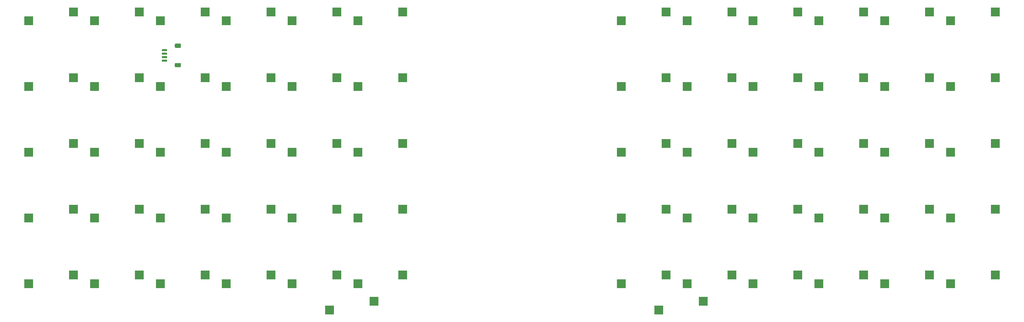
<source format=gbp>
G04 #@! TF.GenerationSoftware,KiCad,Pcbnew,(5.1.10)-1*
G04 #@! TF.CreationDate,2021-12-08T21:58:55+07:00*
G04 #@! TF.ProjectId,lumberjack,6c756d62-6572-46a6-9163-6b2e6b696361,1.5*
G04 #@! TF.SameCoordinates,Original*
G04 #@! TF.FileFunction,Paste,Bot*
G04 #@! TF.FilePolarity,Positive*
%FSLAX46Y46*%
G04 Gerber Fmt 4.6, Leading zero omitted, Abs format (unit mm)*
G04 Created by KiCad (PCBNEW (5.1.10)-1) date 2021-12-08 21:58:55*
%MOMM*%
%LPD*%
G01*
G04 APERTURE LIST*
%ADD10R,2.550000X2.500000*%
G04 APERTURE END LIST*
D10*
X24891968Y-59213750D03*
X11964968Y-61753750D03*
X272542224Y-59213804D03*
X259615224Y-61753804D03*
X120142096Y-97313836D03*
X107215096Y-99853836D03*
X43942032Y-78263820D03*
X31015032Y-80803820D03*
X43942032Y-135413868D03*
X31015032Y-137953868D03*
X43942032Y-97313836D03*
X31015032Y-99853836D03*
X120142096Y-135413868D03*
X107215096Y-137953868D03*
X43942032Y-59213804D03*
X31015032Y-61753804D03*
X291592240Y-78263820D03*
X278665240Y-80803820D03*
X234442192Y-116363852D03*
X221515192Y-118903852D03*
X253492208Y-78263820D03*
X240565208Y-80803820D03*
X253492208Y-59213804D03*
X240565208Y-61753804D03*
X272542224Y-78263820D03*
X259615224Y-80803820D03*
X253492208Y-97313836D03*
X240565208Y-99853836D03*
X291592240Y-97313836D03*
X278665240Y-99853836D03*
X272542224Y-97313836D03*
X259615224Y-99853836D03*
X291592240Y-116363852D03*
X278665240Y-118903852D03*
X272542224Y-116363852D03*
X259615224Y-118903852D03*
X234442192Y-97313836D03*
X221515192Y-99853836D03*
X215392176Y-97313836D03*
X202465176Y-99853836D03*
X291592240Y-135413868D03*
X278665240Y-137953868D03*
X253492208Y-116363852D03*
X240565208Y-118903852D03*
X215392176Y-116363852D03*
X202465176Y-118903852D03*
X272542224Y-135413868D03*
X259615224Y-137953868D03*
X253492208Y-135413868D03*
X240565208Y-137953868D03*
X234442192Y-135413868D03*
X221515192Y-137953868D03*
X215392176Y-135413868D03*
X202465176Y-137953868D03*
X120142096Y-59213804D03*
X107215096Y-61753804D03*
X120142096Y-78263820D03*
X107215096Y-80803820D03*
X82042064Y-78263820D03*
X69115064Y-80803820D03*
X101092080Y-135413868D03*
X88165080Y-137953868D03*
X62992048Y-135413868D03*
X50065048Y-137953868D03*
X24892016Y-78263820D03*
X11965016Y-80803820D03*
X62992048Y-59213804D03*
X50065048Y-61753804D03*
X82042064Y-59213804D03*
X69115064Y-61753804D03*
X101092080Y-59213804D03*
X88165080Y-61753804D03*
X291592240Y-59213804D03*
X278665240Y-61753804D03*
X234442192Y-59213804D03*
X221515192Y-61753804D03*
X62992048Y-78263820D03*
X50065048Y-80803820D03*
X234442192Y-78263820D03*
X221515192Y-80803820D03*
X24892016Y-97313836D03*
X11965016Y-99853836D03*
X62992048Y-97313836D03*
X50065048Y-99853836D03*
X101092080Y-78263820D03*
X88165080Y-80803820D03*
X215392176Y-78263820D03*
X202465176Y-80803820D03*
X24892016Y-116363852D03*
X11965016Y-118903852D03*
X43942032Y-116363852D03*
X31015032Y-118903852D03*
X82042064Y-97313836D03*
X69115064Y-99853836D03*
X101092080Y-97313836D03*
X88165080Y-99853836D03*
X24892016Y-135413868D03*
X11965016Y-137953868D03*
X62992048Y-116363852D03*
X50065048Y-118903852D03*
X82042064Y-116363852D03*
X69115064Y-118903852D03*
X101092080Y-116363852D03*
X88165080Y-118903852D03*
X82042064Y-135413868D03*
X69115064Y-137953868D03*
X120142096Y-116363852D03*
X107215096Y-118903852D03*
X215392176Y-59213804D03*
X202465176Y-61753804D03*
X196342160Y-59213804D03*
X183415160Y-61753804D03*
X196342160Y-78263820D03*
X183415160Y-80803820D03*
X196342160Y-97313836D03*
X183415160Y-99853836D03*
X196342160Y-116363852D03*
X183415160Y-118903852D03*
X196342160Y-135413868D03*
X183415160Y-137953868D03*
X194183168Y-145573868D03*
X207110168Y-143033868D03*
X98933088Y-145573868D03*
X111860088Y-143033868D03*
G36*
G01*
X50600000Y-70000000D02*
X51850000Y-70000000D01*
G75*
G02*
X52000000Y-70150000I0J-150000D01*
G01*
X52000000Y-70450000D01*
G75*
G02*
X51850000Y-70600000I-150000J0D01*
G01*
X50600000Y-70600000D01*
G75*
G02*
X50450000Y-70450000I0J150000D01*
G01*
X50450000Y-70150000D01*
G75*
G02*
X50600000Y-70000000I150000J0D01*
G01*
G37*
G36*
G01*
X50600000Y-71000000D02*
X51850000Y-71000000D01*
G75*
G02*
X52000000Y-71150000I0J-150000D01*
G01*
X52000000Y-71450000D01*
G75*
G02*
X51850000Y-71600000I-150000J0D01*
G01*
X50600000Y-71600000D01*
G75*
G02*
X50450000Y-71450000I0J150000D01*
G01*
X50450000Y-71150000D01*
G75*
G02*
X50600000Y-71000000I150000J0D01*
G01*
G37*
G36*
G01*
X50600000Y-72000000D02*
X51850000Y-72000000D01*
G75*
G02*
X52000000Y-72150000I0J-150000D01*
G01*
X52000000Y-72450000D01*
G75*
G02*
X51850000Y-72600000I-150000J0D01*
G01*
X50600000Y-72600000D01*
G75*
G02*
X50450000Y-72450000I0J150000D01*
G01*
X50450000Y-72150000D01*
G75*
G02*
X50600000Y-72000000I150000J0D01*
G01*
G37*
G36*
G01*
X50600000Y-73000000D02*
X51850000Y-73000000D01*
G75*
G02*
X52000000Y-73150000I0J-150000D01*
G01*
X52000000Y-73450000D01*
G75*
G02*
X51850000Y-73600000I-150000J0D01*
G01*
X50600000Y-73600000D01*
G75*
G02*
X50450000Y-73450000I0J150000D01*
G01*
X50450000Y-73150000D01*
G75*
G02*
X50600000Y-73000000I150000J0D01*
G01*
G37*
G36*
G01*
X54449999Y-68400000D02*
X55750001Y-68400000D01*
G75*
G02*
X56000000Y-68649999I0J-249999D01*
G01*
X56000000Y-69350001D01*
G75*
G02*
X55750001Y-69600000I-249999J0D01*
G01*
X54449999Y-69600000D01*
G75*
G02*
X54200000Y-69350001I0J249999D01*
G01*
X54200000Y-68649999D01*
G75*
G02*
X54449999Y-68400000I249999J0D01*
G01*
G37*
G36*
G01*
X54449999Y-74000000D02*
X55750001Y-74000000D01*
G75*
G02*
X56000000Y-74249999I0J-249999D01*
G01*
X56000000Y-74950001D01*
G75*
G02*
X55750001Y-75200000I-249999J0D01*
G01*
X54449999Y-75200000D01*
G75*
G02*
X54200000Y-74950001I0J249999D01*
G01*
X54200000Y-74249999D01*
G75*
G02*
X54449999Y-74000000I249999J0D01*
G01*
G37*
M02*

</source>
